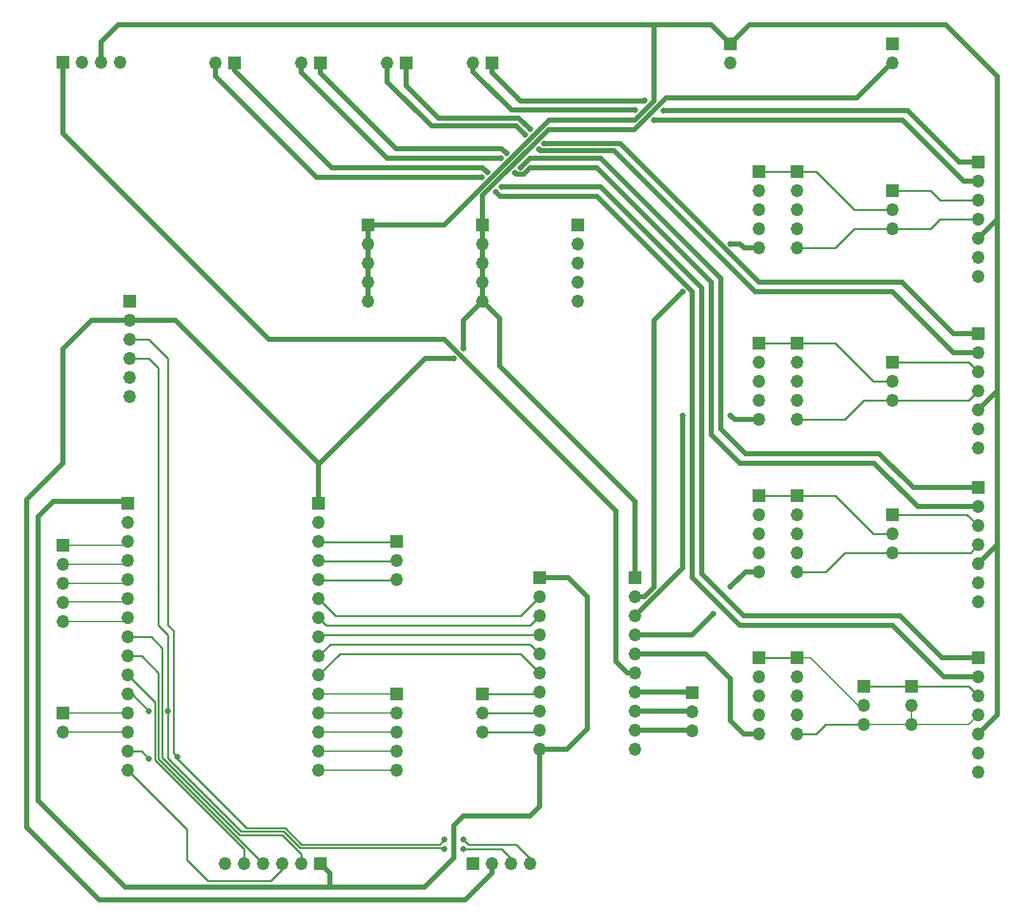
<source format=gbr>
G04 #@! TF.GenerationSoftware,KiCad,Pcbnew,(6.0.7)*
G04 #@! TF.CreationDate,2023-02-20T16:11:37-05:00*
G04 #@! TF.ProjectId,FlyBoxBoard,466c7942-6f78-4426-9f61-72642e6b6963,rev?*
G04 #@! TF.SameCoordinates,Original*
G04 #@! TF.FileFunction,Copper,L1,Top*
G04 #@! TF.FilePolarity,Positive*
%FSLAX46Y46*%
G04 Gerber Fmt 4.6, Leading zero omitted, Abs format (unit mm)*
G04 Created by KiCad (PCBNEW (6.0.7)) date 2023-02-20 16:11:37*
%MOMM*%
%LPD*%
G01*
G04 APERTURE LIST*
G04 #@! TA.AperFunction,ComponentPad*
%ADD10R,1.700000X1.700000*%
G04 #@! TD*
G04 #@! TA.AperFunction,ComponentPad*
%ADD11O,1.700000X1.700000*%
G04 #@! TD*
G04 #@! TA.AperFunction,ViaPad*
%ADD12C,0.800000*%
G04 #@! TD*
G04 #@! TA.AperFunction,Conductor*
%ADD13C,0.635000*%
G04 #@! TD*
G04 #@! TA.AperFunction,Conductor*
%ADD14C,0.203200*%
G04 #@! TD*
G04 #@! TA.AperFunction,Conductor*
%ADD15C,0.254000*%
G04 #@! TD*
G04 APERTURE END LIST*
D10*
G04 #@! TO.P,J20,1,Pin_1*
G04 #@! TO.N,Net-(J20-Pad1)*
X129540000Y-105923800D03*
D11*
G04 #@! TO.P,J20,2,Pin_2*
G04 #@! TO.N,Net-(J20-Pad2)*
X129540000Y-108463800D03*
G04 #@! TO.P,J20,3,Pin_3*
G04 #@! TO.N,Net-(J20-Pad3)*
X129540000Y-111003800D03*
G04 #@! TD*
D10*
G04 #@! TO.P,J11,1,Pin_1*
G04 #@! TO.N,/G LED+*
X68580000Y-22860000D03*
D11*
G04 #@! TO.P,J11,2,Pin_2*
G04 #@! TO.N,/G LED-*
X66040000Y-22860000D03*
G04 #@! TD*
D10*
G04 #@! TO.P,J33,1,Pin_1*
G04 #@! TO.N,Net-(J34-Pad1)*
X120650000Y-80523800D03*
D11*
G04 #@! TO.P,J33,2,Pin_2*
G04 #@! TO.N,unconnected-(J33-Pad2)*
X120650000Y-83063800D03*
G04 #@! TO.P,J33,3,Pin_3*
G04 #@! TO.N,unconnected-(J33-Pad3)*
X120650000Y-85603800D03*
G04 #@! TO.P,J33,4,Pin_4*
G04 #@! TO.N,unconnected-(J33-Pad4)*
X120650000Y-88143800D03*
G04 #@! TO.P,J33,5,Pin_5*
G04 #@! TO.N,Net-(J37-Pad3)*
X120650000Y-90683800D03*
G04 #@! TD*
D10*
G04 #@! TO.P,J29,1,Pin_1*
G04 #@! TO.N,Net-(J35-Pad2)*
X120675000Y-37373800D03*
D11*
G04 #@! TO.P,J29,2,Pin_2*
G04 #@! TO.N,unconnected-(J29-Pad2)*
X120675000Y-39913800D03*
G04 #@! TO.P,J29,3,Pin_3*
G04 #@! TO.N,unconnected-(J29-Pad3)*
X120675000Y-42453800D03*
G04 #@! TO.P,J29,4,Pin_4*
G04 #@! TO.N,unconnected-(J29-Pad4)*
X120675000Y-44993800D03*
G04 #@! TO.P,J29,5,Pin_5*
G04 #@! TO.N,Net-(J35-Pad3)*
X120675000Y-47533800D03*
G04 #@! TD*
D10*
G04 #@! TO.P,J30,1,Pin_1*
G04 #@! TO.N,Net-(J35-Pad2)*
X115595000Y-37373800D03*
D11*
G04 #@! TO.P,J30,2,Pin_2*
G04 #@! TO.N,unconnected-(J30-Pad2)*
X115595000Y-39913800D03*
G04 #@! TO.P,J30,3,Pin_3*
G04 #@! TO.N,unconnected-(J30-Pad3)*
X115595000Y-42453800D03*
G04 #@! TO.P,J30,4,Pin_4*
G04 #@! TO.N,unconnected-(J30-Pad4)*
X115595000Y-44993800D03*
G04 #@! TO.P,J30,5,Pin_5*
G04 #@! TO.N,/HV1*
X115595000Y-47533800D03*
G04 #@! TD*
D10*
G04 #@! TO.P,J36,1,Pin_1*
G04 #@! TO.N,Net-(J36-Pad1)*
X133375000Y-62758800D03*
D11*
G04 #@! TO.P,J36,2,Pin_2*
G04 #@! TO.N,Net-(J36-Pad2)*
X133375000Y-65298800D03*
G04 #@! TO.P,J36,3,Pin_3*
G04 #@! TO.N,Net-(J36-Pad3)*
X133375000Y-67838800D03*
G04 #@! TD*
D10*
G04 #@! TO.P,J21,1,Pin_1*
G04 #@! TO.N,Net-(J21-Pad1)*
X78740000Y-106988200D03*
D11*
G04 #@! TO.P,J21,2,Pin_2*
G04 #@! TO.N,Net-(J21-Pad2)*
X78740000Y-109528200D03*
G04 #@! TO.P,J21,3,Pin_3*
G04 #@! TO.N,Net-(J21-Pad3)*
X78740000Y-112068200D03*
G04 #@! TD*
D10*
G04 #@! TO.P,J16,1,Pin_1*
G04 #@! TO.N,Net-(J20-Pad2)*
X120650000Y-102113800D03*
D11*
G04 #@! TO.P,J16,2,Pin_2*
G04 #@! TO.N,unconnected-(J16-Pad2)*
X120650000Y-104653800D03*
G04 #@! TO.P,J16,3,Pin_3*
G04 #@! TO.N,unconnected-(J16-Pad3)*
X120650000Y-107193800D03*
G04 #@! TO.P,J16,4,Pin_4*
G04 #@! TO.N,unconnected-(J16-Pad4)*
X120650000Y-109733800D03*
G04 #@! TO.P,J16,5,Pin_5*
G04 #@! TO.N,Net-(J20-Pad3)*
X120650000Y-112273800D03*
G04 #@! TD*
D10*
G04 #@! TO.P,J27,1,Pin_1*
G04 #@! TO.N,/5V*
X99060000Y-91440000D03*
D11*
G04 #@! TO.P,J27,2,Pin_2*
G04 #@! TO.N,/HV1*
X99060000Y-93980000D03*
G04 #@! TO.P,J27,3,Pin_3*
G04 #@! TO.N,/HV2*
X99060000Y-96520000D03*
G04 #@! TO.P,J27,4,Pin_4*
G04 #@! TO.N,/HV3*
X99060000Y-99060000D03*
G04 #@! TO.P,J27,5,Pin_5*
G04 #@! TO.N,/HV4*
X99060000Y-101600000D03*
G04 #@! TO.P,J27,6,Pin_6*
G04 #@! TO.N,/HV5*
X99060000Y-104140000D03*
G04 #@! TO.P,J27,7,Pin_7*
G04 #@! TO.N,Net-(J27-Pad7)*
X99060000Y-106680000D03*
G04 #@! TO.P,J27,8,Pin_8*
G04 #@! TO.N,Net-(J27-Pad8)*
X99060000Y-109220000D03*
G04 #@! TO.P,J27,9,Pin_9*
G04 #@! TO.N,Net-(J27-Pad9)*
X99060000Y-111760000D03*
G04 #@! TO.P,J27,10,Pin_10*
G04 #@! TO.N,/GND*
X99060000Y-114300000D03*
G04 #@! TD*
D10*
G04 #@! TO.P,J40,1,Pin_1*
G04 #@! TO.N,/R LED+*
X144780000Y-79481200D03*
D11*
G04 #@! TO.P,J40,2,Pin_2*
G04 #@! TO.N,/R LED-*
X144780000Y-82021200D03*
G04 #@! TO.P,J40,3,Pin_3*
G04 #@! TO.N,Net-(J37-Pad1)*
X144780000Y-84561200D03*
G04 #@! TO.P,J40,4,Pin_4*
G04 #@! TO.N,Net-(J37-Pad3)*
X144780000Y-87101200D03*
G04 #@! TO.P,J40,5,Pin_5*
G04 #@! TO.N,/12V*
X144780000Y-89641200D03*
G04 #@! TO.P,J40,6,Pin_6*
G04 #@! TO.N,unconnected-(J40-Pad6)*
X144780000Y-92181200D03*
G04 #@! TO.P,J40,7,Pin_7*
G04 #@! TO.N,/GND*
X144780000Y-94721200D03*
G04 #@! TD*
D10*
G04 #@! TO.P,J5,1,Pin_1*
G04 #@! TO.N,/5V*
X56926800Y-81588200D03*
D11*
G04 #@! TO.P,J5,2,Pin_2*
G04 #@! TO.N,/GND*
X56926800Y-84128200D03*
G04 #@! TO.P,J5,3,Pin_3*
G04 #@! TO.N,Net-(J24-Pad1)*
X56926800Y-86668200D03*
G04 #@! TO.P,J5,4,Pin_4*
G04 #@! TO.N,Net-(J24-Pad2)*
X56926800Y-89208200D03*
G04 #@! TO.P,J5,5,Pin_5*
G04 #@! TO.N,Net-(J24-Pad3)*
X56926800Y-91748200D03*
G04 #@! TO.P,J5,6,Pin_6*
G04 #@! TO.N,/D27*
X56926800Y-94288200D03*
G04 #@! TO.P,J5,7,Pin_7*
G04 #@! TO.N,/D26*
X56926800Y-96828200D03*
G04 #@! TO.P,J5,8,Pin_8*
G04 #@! TO.N,/D25*
X56926800Y-99368200D03*
G04 #@! TO.P,J5,9,Pin_9*
G04 #@! TO.N,/D33*
X56926800Y-101908200D03*
G04 #@! TO.P,J5,10,Pin_10*
G04 #@! TO.N,/D32*
X56926800Y-104448200D03*
G04 #@! TO.P,J5,11,Pin_11*
G04 #@! TO.N,Net-(J25-Pad1)*
X56926800Y-106988200D03*
G04 #@! TO.P,J5,12,Pin_12*
G04 #@! TO.N,Net-(J25-Pad2)*
X56926800Y-109528200D03*
G04 #@! TO.P,J5,13,Pin_13*
G04 #@! TO.N,Net-(J25-Pad3)*
X56926800Y-112068200D03*
G04 #@! TO.P,J5,14,Pin_14*
G04 #@! TO.N,Net-(J25-Pad4)*
X56926800Y-114608200D03*
G04 #@! TO.P,J5,15,Pin_15*
G04 #@! TO.N,Net-(J25-Pad5)*
X56926800Y-117148200D03*
G04 #@! TD*
D10*
G04 #@! TO.P,J35,1,Pin_1*
G04 #@! TO.N,Net-(J35-Pad1)*
X133375000Y-39898800D03*
D11*
G04 #@! TO.P,J35,2,Pin_2*
G04 #@! TO.N,Net-(J35-Pad2)*
X133375000Y-42438800D03*
G04 #@! TO.P,J35,3,Pin_3*
G04 #@! TO.N,Net-(J35-Pad3)*
X133375000Y-44978800D03*
G04 #@! TD*
D10*
G04 #@! TO.P,J25,1,Pin_1*
G04 #@! TO.N,Net-(J25-Pad1)*
X67335000Y-106988200D03*
D11*
G04 #@! TO.P,J25,2,Pin_2*
G04 #@! TO.N,Net-(J25-Pad2)*
X67335000Y-109528200D03*
G04 #@! TO.P,J25,3,Pin_3*
G04 #@! TO.N,Net-(J25-Pad3)*
X67335000Y-112068200D03*
G04 #@! TO.P,J25,4,Pin_4*
G04 #@! TO.N,Net-(J25-Pad4)*
X67335000Y-114608200D03*
G04 #@! TO.P,J25,5,Pin_5*
G04 #@! TO.N,Net-(J25-Pad5)*
X67335000Y-117148200D03*
G04 #@! TD*
D10*
G04 #@! TO.P,J4,1,Pin_1*
G04 #@! TO.N,/GND*
X31775000Y-54635000D03*
D11*
G04 #@! TO.P,J4,2,Pin_2*
G04 #@! TO.N,/5V*
X31775000Y-57175000D03*
G04 #@! TO.P,J4,3,Pin_3*
G04 #@! TO.N,/D22*
X31775000Y-59715000D03*
G04 #@! TO.P,J4,4,Pin_4*
G04 #@! TO.N,/D21*
X31775000Y-62255000D03*
G04 #@! TO.P,J4,5,Pin_5*
G04 #@! TO.N,unconnected-(J4-Pad5)*
X31775000Y-64795000D03*
G04 #@! TO.P,J4,6,Pin_6*
G04 #@! TO.N,unconnected-(J4-Pad6)*
X31775000Y-67335000D03*
G04 #@! TD*
D10*
G04 #@! TO.P,J15,1,Pin_1*
G04 #@! TO.N,/3V3*
X57150000Y-129540000D03*
D11*
G04 #@! TO.P,J15,2,Pin_2*
G04 #@! TO.N,/D5*
X54610000Y-129540000D03*
G04 #@! TO.P,J15,3,Pin_3*
G04 #@! TO.N,/D23*
X52070000Y-129540000D03*
G04 #@! TO.P,J15,4,Pin_4*
G04 #@! TO.N,/D18*
X49530000Y-129540000D03*
G04 #@! TO.P,J15,5,Pin_5*
G04 #@! TO.N,/D19*
X46990000Y-129540000D03*
G04 #@! TO.P,J15,6,Pin_6*
G04 #@! TO.N,/GND*
X44450000Y-129540000D03*
G04 #@! TD*
D10*
G04 #@! TO.P,GND,1,Pin_1*
G04 #@! TO.N,/GND*
X91465000Y-44480000D03*
D11*
G04 #@! TO.P,GND,2,Pin_2*
X91465000Y-47020000D03*
G04 #@! TO.P,GND,3,Pin_3*
X91465000Y-49560000D03*
G04 #@! TO.P,GND,4,Pin_4*
X91465000Y-52100000D03*
G04 #@! TO.P,GND,5,Pin_5*
X91465000Y-54640000D03*
G04 #@! TD*
D10*
G04 #@! TO.P,J10,1,Pin_1*
G04 #@! TO.N,/R LED+*
X57150000Y-22860000D03*
D11*
G04 #@! TO.P,J10,2,Pin_2*
G04 #@! TO.N,/R LED-*
X54610000Y-22860000D03*
G04 #@! TD*
D10*
G04 #@! TO.P,J32,1,Pin_1*
G04 #@! TO.N,Net-(J36-Pad2)*
X115595000Y-60233800D03*
D11*
G04 #@! TO.P,J32,2,Pin_2*
G04 #@! TO.N,unconnected-(J32-Pad2)*
X115595000Y-62773800D03*
G04 #@! TO.P,J32,3,Pin_3*
G04 #@! TO.N,unconnected-(J32-Pad3)*
X115595000Y-65313800D03*
G04 #@! TO.P,J32,4,Pin_4*
G04 #@! TO.N,unconnected-(J32-Pad4)*
X115595000Y-67853800D03*
G04 #@! TO.P,J32,5,Pin_5*
G04 #@! TO.N,/HV2*
X115595000Y-70393800D03*
G04 #@! TD*
D10*
G04 #@! TO.P,J9,1,Pin_1*
G04 #@! TO.N,/HV5*
X22870000Y-22835000D03*
D11*
G04 #@! TO.P,J9,2,Pin_2*
G04 #@! TO.N,/X*
X25410000Y-22835000D03*
G04 #@! TO.P,J9,3,Pin_3*
G04 #@! TO.N,/12V*
X27950000Y-22835000D03*
G04 #@! TO.P,J9,4,Pin_4*
G04 #@! TO.N,/GND*
X30490000Y-22835000D03*
G04 #@! TD*
D10*
G04 #@! TO.P,5V,1,Pin_1*
G04 #@! TO.N,/5V*
X78765000Y-44480000D03*
D11*
G04 #@! TO.P,5V,2,Pin_2*
X78765000Y-47020000D03*
G04 #@! TO.P,5V,3,Pin_3*
X78765000Y-49560000D03*
G04 #@! TO.P,5V,4,Pin_4*
X78765000Y-52100000D03*
G04 #@! TO.P,5V,5,Pin_5*
X78765000Y-54640000D03*
G04 #@! TD*
D10*
G04 #@! TO.P,J31,1,Pin_1*
G04 #@! TO.N,Net-(J36-Pad2)*
X120650000Y-60203800D03*
D11*
G04 #@! TO.P,J31,2,Pin_2*
G04 #@! TO.N,unconnected-(J31-Pad2)*
X120650000Y-62743800D03*
G04 #@! TO.P,J31,3,Pin_3*
G04 #@! TO.N,unconnected-(J31-Pad3)*
X120650000Y-65283800D03*
G04 #@! TO.P,J31,4,Pin_4*
G04 #@! TO.N,unconnected-(J31-Pad4)*
X120650000Y-67823800D03*
G04 #@! TO.P,J31,5,Pin_5*
G04 #@! TO.N,Net-(J36-Pad3)*
X120650000Y-70363800D03*
G04 #@! TD*
D10*
G04 #@! TO.P,J28,1,Pin_1*
G04 #@! TO.N,Net-(J27-Pad7)*
X106680000Y-106805800D03*
D11*
G04 #@! TO.P,J28,2,Pin_2*
G04 #@! TO.N,Net-(J27-Pad8)*
X106680000Y-109345800D03*
G04 #@! TO.P,J28,3,Pin_3*
G04 #@! TO.N,Net-(J27-Pad9)*
X106680000Y-111885800D03*
G04 #@! TD*
D10*
G04 #@! TO.P,J3,1,Pin_1*
G04 #@! TO.N,/3V3*
X31526800Y-81588200D03*
D11*
G04 #@! TO.P,J3,2,Pin_2*
G04 #@! TO.N,/GND*
X31526800Y-84128200D03*
G04 #@! TO.P,J3,3,Pin_3*
G04 #@! TO.N,Net-(J18-Pad1)*
X31526800Y-86668200D03*
G04 #@! TO.P,J3,4,Pin_4*
G04 #@! TO.N,Net-(J18-Pad2)*
X31526800Y-89208200D03*
G04 #@! TO.P,J3,5,Pin_5*
G04 #@! TO.N,Net-(J18-Pad3)*
X31526800Y-91748200D03*
G04 #@! TO.P,J3,6,Pin_6*
G04 #@! TO.N,Net-(J18-Pad4)*
X31526800Y-94288200D03*
G04 #@! TO.P,J3,7,Pin_7*
G04 #@! TO.N,Net-(J18-Pad5)*
X31526800Y-96828200D03*
G04 #@! TO.P,J3,8,Pin_8*
G04 #@! TO.N,/D5*
X31526800Y-99368200D03*
G04 #@! TO.P,J3,9,Pin_9*
G04 #@! TO.N,/D18*
X31526800Y-101908200D03*
G04 #@! TO.P,J3,10,Pin_10*
G04 #@! TO.N,/D19*
X31526800Y-104448200D03*
G04 #@! TO.P,J3,11,Pin_11*
G04 #@! TO.N,/D21*
X31526800Y-106988200D03*
G04 #@! TO.P,J3,12,Pin_12*
G04 #@! TO.N,Net-(J19-Pad1)*
X31526800Y-109528200D03*
G04 #@! TO.P,J3,13,Pin_13*
G04 #@! TO.N,Net-(J19-Pad2)*
X31526800Y-112068200D03*
G04 #@! TO.P,J3,14,Pin_14*
G04 #@! TO.N,/D22*
X31526800Y-114608200D03*
G04 #@! TO.P,J3,15,Pin_15*
G04 #@! TO.N,/D23*
X31526800Y-117148200D03*
G04 #@! TD*
D10*
G04 #@! TO.P,J19,1,Pin_1*
G04 #@! TO.N,Net-(J19-Pad1)*
X22885000Y-109528200D03*
D11*
G04 #@! TO.P,J19,2,Pin_2*
G04 #@! TO.N,Net-(J19-Pad2)*
X22885000Y-112068200D03*
G04 #@! TD*
D10*
G04 #@! TO.P,J39,1,Pin_1*
G04 #@! TO.N,/G LED+*
X144805000Y-58953800D03*
D11*
G04 #@! TO.P,J39,2,Pin_2*
G04 #@! TO.N,/G LED-*
X144805000Y-61493800D03*
G04 #@! TO.P,J39,3,Pin_3*
G04 #@! TO.N,Net-(J36-Pad1)*
X144805000Y-64033800D03*
G04 #@! TO.P,J39,4,Pin_4*
G04 #@! TO.N,Net-(J36-Pad3)*
X144805000Y-66573800D03*
G04 #@! TO.P,J39,5,Pin_5*
G04 #@! TO.N,/12V*
X144805000Y-69113800D03*
G04 #@! TO.P,J39,6,Pin_6*
G04 #@! TO.N,unconnected-(J39-Pad6)*
X144805000Y-71653800D03*
G04 #@! TO.P,J39,7,Pin_7*
G04 #@! TO.N,/GND*
X144805000Y-74193800D03*
G04 #@! TD*
D10*
G04 #@! TO.P,J13,1,Pin_1*
G04 #@! TO.N,/IR LED+*
X45720000Y-22860000D03*
D11*
G04 #@! TO.P,J13,2,Pin_2*
G04 #@! TO.N,/IR LED-*
X43180000Y-22860000D03*
G04 #@! TD*
D10*
G04 #@! TO.P,J24,1,Pin_1*
G04 #@! TO.N,Net-(J24-Pad1)*
X67335000Y-86668200D03*
D11*
G04 #@! TO.P,J24,2,Pin_2*
G04 #@! TO.N,Net-(J24-Pad2)*
X67335000Y-89208200D03*
G04 #@! TO.P,J24,3,Pin_3*
G04 #@! TO.N,Net-(J24-Pad3)*
X67335000Y-91748200D03*
G04 #@! TD*
D10*
G04 #@! TO.P,J12,1,Pin_1*
G04 #@! TO.N,/W LED+*
X80010000Y-22860000D03*
D11*
G04 #@! TO.P,J12,2,Pin_2*
G04 #@! TO.N,/W LED-*
X77470000Y-22860000D03*
G04 #@! TD*
D10*
G04 #@! TO.P,J1,1,Pin_1*
G04 #@! TO.N,/GND*
X133350000Y-20320000D03*
D11*
G04 #@! TO.P,J1,2,Pin_2*
G04 #@! TO.N,/5V*
X133350000Y-22860000D03*
G04 #@! TD*
D10*
G04 #@! TO.P,J17,1,Pin_1*
G04 #@! TO.N,Net-(J20-Pad2)*
X115595000Y-102113800D03*
D11*
G04 #@! TO.P,J17,2,Pin_2*
G04 #@! TO.N,unconnected-(J17-Pad2)*
X115595000Y-104653800D03*
G04 #@! TO.P,J17,3,Pin_3*
G04 #@! TO.N,unconnected-(J17-Pad3)*
X115595000Y-107193800D03*
G04 #@! TO.P,J17,4,Pin_4*
G04 #@! TO.N,unconnected-(J17-Pad4)*
X115595000Y-109733800D03*
G04 #@! TO.P,J17,5,Pin_5*
G04 #@! TO.N,/HV4*
X115595000Y-112273800D03*
G04 #@! TD*
D10*
G04 #@! TO.P,J22,1,Pin_1*
G04 #@! TO.N,Net-(J20-Pad1)*
X135890000Y-105923800D03*
D11*
G04 #@! TO.P,J22,2,Pin_2*
G04 #@! TO.N,Net-(J20-Pad3)*
X135890000Y-108463800D03*
G04 #@! TO.P,J22,3,Pin_3*
X135890000Y-111003800D03*
G04 #@! TD*
D10*
G04 #@! TO.P,J26,1,Pin_1*
G04 #@! TO.N,/IR LED+*
X144780000Y-102113800D03*
D11*
G04 #@! TO.P,J26,2,Pin_2*
G04 #@! TO.N,/IR LED-*
X144780000Y-104653800D03*
G04 #@! TO.P,J26,3,Pin_3*
G04 #@! TO.N,Net-(J20-Pad1)*
X144780000Y-107193800D03*
G04 #@! TO.P,J26,4,Pin_4*
G04 #@! TO.N,Net-(J20-Pad3)*
X144780000Y-109733800D03*
G04 #@! TO.P,J26,5,Pin_5*
G04 #@! TO.N,/12V*
X144780000Y-112273800D03*
G04 #@! TO.P,J26,6,Pin_6*
G04 #@! TO.N,unconnected-(J26-Pad6)*
X144780000Y-114813800D03*
G04 #@! TO.P,J26,7,Pin_7*
G04 #@! TO.N,/GND*
X144780000Y-117353800D03*
G04 #@! TD*
D10*
G04 #@! TO.P,J23,1,Pin_1*
G04 #@! TO.N,/3V3*
X86360000Y-91440000D03*
D11*
G04 #@! TO.P,J23,2,Pin_2*
G04 #@! TO.N,/D27*
X86360000Y-93980000D03*
G04 #@! TO.P,J23,3,Pin_3*
G04 #@! TO.N,/D26*
X86360000Y-96520000D03*
G04 #@! TO.P,J23,4,Pin_4*
G04 #@! TO.N,/D25*
X86360000Y-99060000D03*
G04 #@! TO.P,J23,5,Pin_5*
G04 #@! TO.N,/D33*
X86360000Y-101600000D03*
G04 #@! TO.P,J23,6,Pin_6*
G04 #@! TO.N,/D32*
X86360000Y-104140000D03*
G04 #@! TO.P,J23,7,Pin_7*
G04 #@! TO.N,Net-(J21-Pad1)*
X86360000Y-106680000D03*
G04 #@! TO.P,J23,8,Pin_8*
G04 #@! TO.N,Net-(J21-Pad2)*
X86360000Y-109220000D03*
G04 #@! TO.P,J23,9,Pin_9*
G04 #@! TO.N,Net-(J21-Pad3)*
X86360000Y-111760000D03*
G04 #@! TO.P,J23,10,Pin_10*
G04 #@! TO.N,/3V3*
X86360000Y-114300000D03*
G04 #@! TD*
D10*
G04 #@! TO.P,J14,1,Pin_1*
G04 #@! TO.N,/GND*
X77470000Y-129540000D03*
D11*
G04 #@! TO.P,J14,2,Pin_2*
G04 #@! TO.N,/5V*
X80010000Y-129540000D03*
G04 #@! TO.P,J14,3,Pin_3*
G04 #@! TO.N,/D21*
X82550000Y-129540000D03*
G04 #@! TO.P,J14,4,Pin_4*
G04 #@! TO.N,/D22*
X85090000Y-129540000D03*
G04 #@! TD*
D10*
G04 #@! TO.P,J37,1,Pin_1*
G04 #@! TO.N,Net-(J37-Pad1)*
X133350000Y-83063800D03*
D11*
G04 #@! TO.P,J37,2,Pin_2*
G04 #@! TO.N,Net-(J34-Pad1)*
X133350000Y-85603800D03*
G04 #@! TO.P,J37,3,Pin_3*
G04 #@! TO.N,Net-(J37-Pad3)*
X133350000Y-88143800D03*
G04 #@! TD*
D10*
G04 #@! TO.P,J2,1,Pin_1*
G04 #@! TO.N,/12V*
X111760000Y-20320000D03*
D11*
G04 #@! TO.P,J2,2,Pin_2*
G04 #@! TO.N,/GND*
X111760000Y-22860000D03*
G04 #@! TD*
D10*
G04 #@! TO.P,J38,1,Pin_1*
G04 #@! TO.N,/W LED+*
X144805000Y-36093800D03*
D11*
G04 #@! TO.P,J38,2,Pin_2*
G04 #@! TO.N,/W LED-*
X144805000Y-38633800D03*
G04 #@! TO.P,J38,3,Pin_3*
G04 #@! TO.N,Net-(J35-Pad1)*
X144805000Y-41173800D03*
G04 #@! TO.P,J38,4,Pin_4*
G04 #@! TO.N,Net-(J35-Pad3)*
X144805000Y-43713800D03*
G04 #@! TO.P,J38,5,Pin_5*
G04 #@! TO.N,/12V*
X144805000Y-46253800D03*
G04 #@! TO.P,J38,6,Pin_6*
G04 #@! TO.N,unconnected-(J38-Pad6)*
X144805000Y-48793800D03*
G04 #@! TO.P,J38,7,Pin_7*
G04 #@! TO.N,/GND*
X144805000Y-51333800D03*
G04 #@! TD*
D10*
G04 #@! TO.P,J34,1,Pin_1*
G04 #@! TO.N,Net-(J34-Pad1)*
X115570000Y-80523800D03*
D11*
G04 #@! TO.P,J34,2,Pin_2*
G04 #@! TO.N,unconnected-(J34-Pad2)*
X115570000Y-83063800D03*
G04 #@! TO.P,J34,3,Pin_3*
G04 #@! TO.N,unconnected-(J34-Pad3)*
X115570000Y-85603800D03*
G04 #@! TO.P,J34,4,Pin_4*
G04 #@! TO.N,unconnected-(J34-Pad4)*
X115570000Y-88143800D03*
G04 #@! TO.P,J34,5,Pin_5*
G04 #@! TO.N,/HV3*
X115570000Y-90683800D03*
G04 #@! TD*
D10*
G04 #@! TO.P,12V,1,Pin_1*
G04 #@! TO.N,/12V*
X63500000Y-44450000D03*
D11*
G04 #@! TO.P,12V,2,Pin_2*
X63500000Y-46990000D03*
G04 #@! TO.P,12V,3,Pin_3*
X63500000Y-49530000D03*
G04 #@! TO.P,12V,4,Pin_4*
X63500000Y-52070000D03*
G04 #@! TO.P,12V,5,Pin_5*
X63500000Y-54610000D03*
G04 #@! TD*
D10*
G04 #@! TO.P,J18,1,Pin_1*
G04 #@! TO.N,Net-(J18-Pad1)*
X22885000Y-87146200D03*
D11*
G04 #@! TO.P,J18,2,Pin_2*
G04 #@! TO.N,Net-(J18-Pad2)*
X22885000Y-89686200D03*
G04 #@! TO.P,J18,3,Pin_3*
G04 #@! TO.N,Net-(J18-Pad3)*
X22885000Y-92226200D03*
G04 #@! TO.P,J18,4,Pin_4*
G04 #@! TO.N,Net-(J18-Pad4)*
X22885000Y-94766200D03*
G04 #@! TO.P,J18,5,Pin_5*
G04 #@! TO.N,Net-(J18-Pad5)*
X22885000Y-97306200D03*
G04 #@! TD*
D12*
G04 #@! TO.N,/5V*
X74916583Y-62243417D03*
X76213417Y-60946583D03*
G04 #@! TO.N,/D21*
X76200000Y-127635000D03*
X36830000Y-109220000D03*
X34290000Y-109220000D03*
X73660000Y-127635000D03*
G04 #@! TO.N,/D22*
X73660000Y-126365000D03*
X34290000Y-115570000D03*
X76200000Y-126365000D03*
X38100000Y-115370260D03*
G04 #@! TO.N,/R LED+*
X81908286Y-34904880D03*
X83820000Y-36830000D03*
G04 #@! TO.N,/R LED-*
X83082783Y-37504919D03*
X81201531Y-35611635D03*
G04 #@! TO.N,/G LED+*
X85076583Y-31736583D03*
X86963851Y-33623851D03*
G04 #@! TO.N,/G LED-*
X86291803Y-34363688D03*
X84369828Y-32443338D03*
G04 #@! TO.N,/W LED+*
X102870000Y-29210000D03*
X100316583Y-27926583D03*
G04 #@! TO.N,/W LED-*
X101600000Y-30480000D03*
X99046583Y-29196583D03*
G04 #@! TO.N,/IR LED+*
X81280000Y-39370000D03*
X79368286Y-37444880D03*
G04 #@! TO.N,/IR LED-*
X78661531Y-38151635D03*
X80542783Y-40044919D03*
G04 #@! TO.N,/HV2*
X111760000Y-69850000D03*
X105410000Y-69850000D03*
G04 #@! TO.N,/HV3*
X111773417Y-92696583D03*
X109474000Y-96266000D03*
G04 #@! TO.N,/HV1*
X111760000Y-46990000D03*
X105396583Y-53353417D03*
G04 #@! TD*
D13*
G04 #@! TO.N,/5V*
X80010000Y-129540000D02*
X80010000Y-130810000D01*
X18034000Y-124714000D02*
X18034000Y-81026000D01*
X37871000Y-57175000D02*
X56926800Y-76230800D01*
X27686000Y-134366000D02*
X18034000Y-124714000D01*
X22860000Y-60960000D02*
X26645000Y-57175000D01*
X78765000Y-54640000D02*
X78765000Y-44480000D01*
X22860000Y-76200000D02*
X22860000Y-60960000D01*
X76454000Y-134366000D02*
X27686000Y-134366000D01*
X99060000Y-81280000D02*
X81026000Y-63246000D01*
X81026000Y-56901000D02*
X78765000Y-54640000D01*
X26645000Y-57175000D02*
X33045000Y-57175000D01*
X78765000Y-44480000D02*
X78765000Y-40525868D01*
X31775000Y-57175000D02*
X33045000Y-57175000D01*
X33045000Y-57175000D02*
X37871000Y-57175000D01*
X71120000Y-62230000D02*
X74930000Y-62230000D01*
X128600000Y-27550000D02*
X133290000Y-22860000D01*
X56926800Y-76230800D02*
X56926800Y-76423200D01*
X80010000Y-130810000D02*
X76454000Y-134366000D01*
X78765000Y-54640000D02*
X78737500Y-54640000D01*
X76226834Y-60960000D02*
X76213417Y-60946583D01*
X56926800Y-76423200D02*
X56926800Y-81588200D01*
X103170868Y-27550000D02*
X128600000Y-27550000D01*
X56926800Y-76423200D02*
X71120000Y-62230000D01*
X78765000Y-40525868D02*
X87540868Y-31750000D01*
X98970868Y-31750000D02*
X103170868Y-27550000D01*
X133290000Y-22860000D02*
X133350000Y-22860000D01*
X76213417Y-57164083D02*
X76213417Y-60946583D01*
X18034000Y-81026000D02*
X22860000Y-76200000D01*
X87540868Y-31750000D02*
X98970868Y-31750000D01*
X78737500Y-54640000D02*
X76213417Y-57164083D01*
X81026000Y-63246000D02*
X81026000Y-56901000D01*
X99060000Y-91440000D02*
X99060000Y-81280000D01*
G04 #@! TO.N,/12V*
X147320000Y-66598800D02*
X144805000Y-69113800D01*
X109220000Y-17780000D02*
X111760000Y-20320000D01*
X147320000Y-66040000D02*
X147320000Y-87101200D01*
X147320000Y-87101200D02*
X144780000Y-89641200D01*
X140462000Y-17780000D02*
X147320000Y-24638000D01*
X63500000Y-44450000D02*
X73660000Y-44450000D01*
X27950000Y-20056000D02*
X30226000Y-17780000D01*
X147320000Y-87101200D02*
X147320000Y-109733800D01*
X27950000Y-22835000D02*
X27950000Y-20056000D01*
X63500000Y-54610000D02*
X63500000Y-44450000D01*
X30226000Y-17780000D02*
X109220000Y-17780000D01*
X73660000Y-44450000D02*
X87630000Y-30480000D01*
X101600000Y-27940000D02*
X101600000Y-17780000D01*
X147320000Y-66040000D02*
X147320000Y-66598800D01*
X147320000Y-24638000D02*
X147320000Y-43738800D01*
X87630000Y-30480000D02*
X99060000Y-30480000D01*
X147320000Y-43738800D02*
X144805000Y-46253800D01*
X111760000Y-20320000D02*
X114300000Y-17780000D01*
X114300000Y-17780000D02*
X140462000Y-17780000D01*
X147320000Y-109733800D02*
X144780000Y-112273800D01*
X147320000Y-43738800D02*
X147320000Y-66040000D01*
X99060000Y-30480000D02*
X101600000Y-27940000D01*
G04 #@! TO.N,/3V3*
X58420000Y-130810000D02*
X58420000Y-132080000D01*
X76200000Y-123190000D02*
X85090000Y-123190000D01*
X74930000Y-128778000D02*
X74930000Y-124460000D01*
X31218600Y-81280000D02*
X31526800Y-81588200D01*
X89992200Y-114300000D02*
X92710000Y-111582200D01*
X86360000Y-114300000D02*
X89992200Y-114300000D01*
X58420000Y-132724500D02*
X31124500Y-132724500D01*
X74930000Y-124460000D02*
X76200000Y-123190000D01*
X19558000Y-121158000D02*
X19558000Y-83312000D01*
X90170000Y-91440000D02*
X86360000Y-91440000D01*
X19558000Y-83312000D02*
X21590000Y-81280000D01*
X70983500Y-132724500D02*
X74930000Y-128778000D01*
X21590000Y-81280000D02*
X31218600Y-81280000D01*
X31124500Y-132724500D02*
X19558000Y-121158000D01*
X86360000Y-121920000D02*
X86360000Y-114300000D01*
X92710000Y-93980000D02*
X90170000Y-91440000D01*
X92710000Y-111582200D02*
X92710000Y-93980000D01*
X85090000Y-123190000D02*
X86360000Y-121920000D01*
X58420000Y-132724500D02*
X70983500Y-132724500D01*
X57150000Y-129540000D02*
X58420000Y-130810000D01*
X58420000Y-132080000D02*
X58420000Y-132724500D01*
D14*
G04 #@! TO.N,Net-(J18-Pad1)*
X22885000Y-87146200D02*
X31425200Y-87146200D01*
X31425200Y-87146200D02*
X31526800Y-87044600D01*
G04 #@! TO.N,Net-(J18-Pad2)*
X31425200Y-89686200D02*
X31526800Y-89584600D01*
X22885000Y-89686200D02*
X31425200Y-89686200D01*
G04 #@! TO.N,Net-(J18-Pad3)*
X31425200Y-92226200D02*
X31526800Y-92124600D01*
X22885000Y-92226200D02*
X31425200Y-92226200D01*
G04 #@! TO.N,Net-(J18-Pad4)*
X31526800Y-94664600D02*
X22986600Y-94664600D01*
X22986600Y-94664600D02*
X22885000Y-94766200D01*
G04 #@! TO.N,Net-(J18-Pad5)*
X31425200Y-97306200D02*
X31526800Y-97204600D01*
X22885000Y-97306200D02*
X31425200Y-97306200D01*
D15*
G04 #@! TO.N,/D5*
X31526800Y-99368200D02*
X34598200Y-99368200D01*
X52070000Y-125730000D02*
X54610000Y-128270000D01*
X46362052Y-125730000D02*
X52070000Y-125730000D01*
X54610000Y-128270000D02*
X54610000Y-129540000D01*
X36068000Y-100838000D02*
X36068000Y-115435948D01*
X36068000Y-115435948D02*
X46362052Y-125730000D01*
X34598200Y-99368200D02*
X36068000Y-100838000D01*
G04 #@! TO.N,/D18*
X31526800Y-101908200D02*
X33328200Y-101908200D01*
X35560000Y-115570000D02*
X49530000Y-129540000D01*
X35560000Y-104140000D02*
X35560000Y-115570000D01*
X33328200Y-101908200D02*
X35560000Y-104140000D01*
G04 #@! TO.N,/D19*
X46990000Y-127642052D02*
X46990000Y-129540000D01*
X35106000Y-108027400D02*
X35106000Y-115758052D01*
X31526800Y-104448200D02*
X35106000Y-108027400D01*
X35106000Y-115758052D02*
X46990000Y-127642052D01*
G04 #@! TO.N,/D21*
X76200000Y-127635000D02*
X81280000Y-127635000D01*
X31775000Y-62255000D02*
X34315000Y-62255000D01*
X73479000Y-127454000D02*
X54436052Y-127454000D01*
X73660000Y-127635000D02*
X73479000Y-127454000D01*
X54436052Y-127454000D02*
X52258052Y-125276000D01*
X31526800Y-106988200D02*
X32058200Y-106988200D01*
X46550104Y-125276000D02*
X36830000Y-115555896D01*
X36830000Y-115555896D02*
X36830000Y-109220000D01*
X36830000Y-99060000D02*
X36830000Y-109220000D01*
X52258052Y-125276000D02*
X46550104Y-125276000D01*
X32058200Y-106988200D02*
X34290000Y-109220000D01*
X35560000Y-63500000D02*
X35560000Y-97790000D01*
X35560000Y-97790000D02*
X36830000Y-99060000D01*
X81280000Y-127635000D02*
X82550000Y-128905000D01*
X34315000Y-62255000D02*
X35560000Y-63500000D01*
X82550000Y-128905000D02*
X82550000Y-129540000D01*
D14*
G04 #@! TO.N,Net-(J19-Pad1)*
X22915000Y-109498200D02*
X31496800Y-109498200D01*
X22885000Y-109528200D02*
X22915000Y-109498200D01*
X31496800Y-109498200D02*
X31526800Y-109528200D01*
G04 #@! TO.N,Net-(J19-Pad2)*
X31526800Y-112068200D02*
X22885000Y-112068200D01*
D15*
G04 #@! TO.N,/D22*
X38100000Y-115570000D02*
X38100000Y-115370260D01*
X37557000Y-98517000D02*
X37557000Y-114827260D01*
X85090000Y-128905000D02*
X85090000Y-129540000D01*
X73025000Y-127000000D02*
X54624104Y-127000000D01*
X31775000Y-59715000D02*
X34315000Y-59715000D01*
X33328200Y-114608200D02*
X34290000Y-115570000D01*
X76835000Y-127000000D02*
X83185000Y-127000000D01*
X37557000Y-114827260D02*
X38100000Y-115370260D01*
X31526800Y-114608200D02*
X33328200Y-114608200D01*
X76200000Y-126365000D02*
X76835000Y-127000000D01*
X54624104Y-127000000D02*
X52446104Y-124822000D01*
X52446104Y-124822000D02*
X47352000Y-124822000D01*
X36830000Y-97790000D02*
X37557000Y-98517000D01*
X47352000Y-124822000D02*
X38100000Y-115570000D01*
X83185000Y-127000000D02*
X85090000Y-128905000D01*
X73660000Y-126365000D02*
X73025000Y-127000000D01*
X36830000Y-62230000D02*
X36830000Y-97790000D01*
X34315000Y-59715000D02*
X36830000Y-62230000D01*
G04 #@! TO.N,/D23*
X52070000Y-130302000D02*
X50546000Y-131826000D01*
X39370000Y-124991400D02*
X31526800Y-117148200D01*
X52070000Y-129540000D02*
X52070000Y-130302000D01*
X50546000Y-131826000D02*
X42164000Y-131826000D01*
X42164000Y-131826000D02*
X39370000Y-129032000D01*
X39370000Y-129032000D02*
X39370000Y-124991400D01*
G04 #@! TO.N,Net-(J24-Pad1)*
X67335000Y-86668200D02*
X67299200Y-86704000D01*
X67299200Y-86704000D02*
X56962600Y-86704000D01*
X56962600Y-86704000D02*
X56926800Y-86668200D01*
G04 #@! TO.N,Net-(J24-Pad2)*
X67299200Y-89244000D02*
X56962600Y-89244000D01*
X67335000Y-89208200D02*
X67299200Y-89244000D01*
X56962600Y-89244000D02*
X56926800Y-89208200D01*
G04 #@! TO.N,Net-(J24-Pad3)*
X56962600Y-91784000D02*
X56926800Y-91748200D01*
X67335000Y-91748200D02*
X67299200Y-91784000D01*
X67299200Y-91784000D02*
X56962600Y-91784000D01*
G04 #@! TO.N,/D27*
X83820000Y-96520000D02*
X59158600Y-96520000D01*
X59158600Y-96520000D02*
X56926800Y-94288200D01*
X86360000Y-93980000D02*
X83820000Y-96520000D01*
G04 #@! TO.N,/D26*
X57888600Y-97790000D02*
X85090000Y-97790000D01*
X85090000Y-97790000D02*
X86360000Y-96520000D01*
X56926800Y-96828200D02*
X57888600Y-97790000D01*
G04 #@! TO.N,/D25*
X86360000Y-99060000D02*
X57235000Y-99060000D01*
X57235000Y-99060000D02*
X56926800Y-99368200D01*
G04 #@! TO.N,/D33*
X85090000Y-100330000D02*
X86360000Y-101600000D01*
X56926800Y-101908200D02*
X58505000Y-100330000D01*
X58505000Y-100330000D02*
X85090000Y-100330000D01*
G04 #@! TO.N,/D32*
X56926800Y-104448200D02*
X59775000Y-101600000D01*
X59775000Y-101600000D02*
X83820000Y-101600000D01*
X83820000Y-101600000D02*
X86360000Y-104140000D01*
D14*
G04 #@! TO.N,Net-(J25-Pad1)*
X56926800Y-106988200D02*
X67335000Y-106988200D01*
G04 #@! TO.N,Net-(J25-Pad2)*
X67335000Y-109528200D02*
X56926800Y-109528200D01*
G04 #@! TO.N,Net-(J25-Pad3)*
X56926800Y-112068200D02*
X67335000Y-112068200D01*
G04 #@! TO.N,Net-(J25-Pad4)*
X67335000Y-114608200D02*
X56926800Y-114608200D01*
G04 #@! TO.N,Net-(J25-Pad5)*
X56926800Y-117148200D02*
X67335000Y-117148200D01*
D13*
G04 #@! TO.N,/HV5*
X98044000Y-104140000D02*
X96520000Y-102616000D01*
X50292000Y-59690000D02*
X22870000Y-32268000D01*
X22870000Y-32268000D02*
X22870000Y-22835000D01*
X99060000Y-104140000D02*
X98044000Y-104140000D01*
X96520000Y-82550000D02*
X73660000Y-59690000D01*
X73660000Y-59690000D02*
X50292000Y-59690000D01*
X96520000Y-102616000D02*
X96520000Y-82550000D01*
G04 #@! TO.N,/R LED+*
X67220868Y-34290000D02*
X57150000Y-24219132D01*
X81293406Y-34290000D02*
X67220868Y-34290000D01*
X57150000Y-24219132D02*
X57150000Y-22860000D01*
X94488000Y-35560000D02*
X110490000Y-51562000D01*
X110490000Y-71628000D02*
X113792000Y-74930000D01*
X110490000Y-51562000D02*
X110490000Y-71628000D01*
X136123200Y-79481200D02*
X144780000Y-79481200D01*
X113792000Y-74930000D02*
X131572000Y-74930000D01*
X131572000Y-74930000D02*
X136123200Y-79481200D01*
X83820000Y-36830000D02*
X85090000Y-35560000D01*
X81908286Y-34904880D02*
X81293406Y-34290000D01*
X85090000Y-35560000D02*
X94488000Y-35560000D01*
G04 #@! TO.N,/R LED-*
X54610000Y-24130000D02*
X54610000Y-22860000D01*
X136720332Y-82021200D02*
X144780000Y-82021200D01*
X130899132Y-76200000D02*
X136720332Y-82021200D01*
X93980000Y-36830000D02*
X109220000Y-52070000D01*
X66040000Y-35560000D02*
X54610000Y-24130000D01*
X109220000Y-72390000D02*
X113030000Y-76200000D01*
X84200041Y-37747500D02*
X85117541Y-36830000D01*
X81149896Y-35560000D02*
X66040000Y-35560000D01*
X109220000Y-52070000D02*
X109220000Y-72390000D01*
X83325364Y-37747500D02*
X84200041Y-37747500D01*
X85117541Y-36830000D02*
X93980000Y-36830000D01*
X81201531Y-35611635D02*
X81149896Y-35560000D01*
X83082783Y-37504919D02*
X83325364Y-37747500D01*
X113030000Y-76200000D02*
X130899132Y-76200000D01*
G04 #@! TO.N,/G LED+*
X86963851Y-33623851D02*
X97123851Y-33623851D01*
X83566000Y-30226000D02*
X72898000Y-30226000D01*
X97123851Y-33623851D02*
X110842500Y-47342500D01*
X110842500Y-47342500D02*
X110842500Y-47370041D01*
X72898000Y-30226000D02*
X68580000Y-25908000D01*
X85076583Y-31736583D02*
X83566000Y-30226000D01*
X110842500Y-47370041D02*
X115542459Y-52070000D01*
X134620000Y-52070000D02*
X141503800Y-58953800D01*
X141503800Y-58953800D02*
X144805000Y-58953800D01*
X68580000Y-25908000D02*
X68580000Y-22860000D01*
X115542459Y-52070000D02*
X134620000Y-52070000D01*
G04 #@! TO.N,/G LED-*
X71955000Y-31315000D02*
X66040000Y-25400000D01*
X84369828Y-32443338D02*
X83241490Y-31315000D01*
X86469466Y-34541351D02*
X96225483Y-34541351D01*
X83241490Y-31315000D02*
X71955000Y-31315000D01*
X115024132Y-53340000D02*
X133350000Y-53340000D01*
X133350000Y-53340000D02*
X141503800Y-61493800D01*
X96225483Y-34541351D02*
X115024132Y-53340000D01*
X66040000Y-25400000D02*
X66040000Y-22860000D01*
X141503800Y-61493800D02*
X144805000Y-61493800D01*
X86291803Y-34363688D02*
X86469466Y-34541351D01*
G04 #@! TO.N,/W LED+*
X102870000Y-29210000D02*
X135382000Y-29210000D01*
X142265800Y-36093800D02*
X144805000Y-36093800D01*
X80010000Y-22860000D02*
X80010000Y-24130000D01*
X100303166Y-27940000D02*
X100316583Y-27926583D01*
X83820000Y-27940000D02*
X100303166Y-27940000D01*
X80010000Y-24130000D02*
X83820000Y-27940000D01*
X135382000Y-29210000D02*
X142265800Y-36093800D01*
G04 #@! TO.N,/W LED-*
X99046583Y-29196583D02*
X82604503Y-29196583D01*
X77470000Y-22860000D02*
X77470000Y-24062081D01*
X82604503Y-29196583D02*
X82583960Y-29176040D01*
X142862932Y-38633800D02*
X144805000Y-38633800D01*
X134709132Y-30480000D02*
X142862932Y-38633800D01*
X101600000Y-30480000D02*
X134709132Y-30480000D01*
X77470000Y-24062081D02*
X82583960Y-29176040D01*
G04 #@! TO.N,/IR LED+*
X139959800Y-102113800D02*
X134366000Y-96520000D01*
X58674000Y-36830000D02*
X45720000Y-23876000D01*
X94488000Y-39370000D02*
X81280000Y-39370000D01*
X134366000Y-96520000D02*
X113538000Y-96520000D01*
X144780000Y-102113800D02*
X139959800Y-102113800D01*
X79368286Y-37444880D02*
X78753406Y-36830000D01*
X45720000Y-23876000D02*
X45720000Y-22860000D01*
X107950000Y-52832000D02*
X94488000Y-39370000D01*
X113538000Y-96520000D02*
X107950000Y-90932000D01*
X78753406Y-36830000D02*
X58674000Y-36830000D01*
X107950000Y-90932000D02*
X107950000Y-52832000D01*
G04 #@! TO.N,/IR LED-*
X140213800Y-104653800D02*
X144780000Y-104653800D01*
X56642000Y-38100000D02*
X43180000Y-24638000D01*
X133350000Y-97790000D02*
X140213800Y-104653800D01*
X81137864Y-40640000D02*
X93980000Y-40640000D01*
X93980000Y-40640000D02*
X106680000Y-53340000D01*
X106680000Y-53340000D02*
X106680000Y-91440000D01*
X78661531Y-38151635D02*
X78609896Y-38100000D01*
X106680000Y-91440000D02*
X113030000Y-97790000D01*
X113030000Y-97790000D02*
X133350000Y-97790000D01*
X80542783Y-40044919D02*
X81137864Y-40640000D01*
X43180000Y-24638000D02*
X43180000Y-22860000D01*
X78609896Y-38100000D02*
X56642000Y-38100000D01*
G04 #@! TO.N,/HV4*
X111760000Y-104902000D02*
X111760000Y-110490000D01*
X99060000Y-101600000D02*
X108458000Y-101600000D01*
X108458000Y-101600000D02*
X111760000Y-104902000D01*
X113543800Y-112273800D02*
X115595000Y-112273800D01*
X111760000Y-110490000D02*
X113543800Y-112273800D01*
D15*
G04 #@! TO.N,Net-(J20-Pad1)*
X143510000Y-105923800D02*
X135890000Y-105923800D01*
X135875000Y-105938800D02*
X129555000Y-105938800D01*
X135890000Y-105923800D02*
X135875000Y-105938800D01*
X144780000Y-107193800D02*
X143510000Y-105923800D01*
X129555000Y-105938800D02*
X129540000Y-105923800D01*
G04 #@! TO.N,Net-(J21-Pad1)*
X78740000Y-106988200D02*
X78755000Y-106973200D01*
X78755000Y-106973200D02*
X86066800Y-106973200D01*
X86066800Y-106973200D02*
X86360000Y-106680000D01*
G04 #@! TO.N,Net-(J21-Pad2)*
X78755000Y-109513200D02*
X86066800Y-109513200D01*
X78740000Y-109528200D02*
X78755000Y-109513200D01*
X86066800Y-109513200D02*
X86360000Y-109220000D01*
G04 #@! TO.N,Net-(J21-Pad3)*
X78740000Y-112068200D02*
X78755000Y-112053200D01*
X86066800Y-112053200D02*
X86360000Y-111760000D01*
X78755000Y-112053200D02*
X86066800Y-112053200D01*
D13*
G04 #@! TO.N,/HV2*
X115595000Y-70393800D02*
X112303800Y-70393800D01*
X99060000Y-96520000D02*
X105410000Y-90170000D01*
X105410000Y-90170000D02*
X105410000Y-69850000D01*
X112303800Y-70393800D02*
X111760000Y-69850000D01*
G04 #@! TO.N,/HV3*
X111773417Y-92696583D02*
X113786200Y-90683800D01*
X106680000Y-99060000D02*
X99060000Y-99060000D01*
X109474000Y-96266000D02*
X106680000Y-99060000D01*
X113786200Y-90683800D02*
X115570000Y-90683800D01*
D15*
G04 #@! TO.N,Net-(J27-Pad7)*
X106614200Y-106740000D02*
X106680000Y-106805800D01*
X99060000Y-106680000D02*
X99120000Y-106740000D01*
D13*
X99120000Y-106740000D02*
X106614200Y-106740000D01*
G04 #@! TO.N,Net-(J27-Pad8)*
X99120000Y-109280000D02*
X106614200Y-109280000D01*
D15*
X106614200Y-109280000D02*
X106680000Y-109345800D01*
X99060000Y-109220000D02*
X99120000Y-109280000D01*
D13*
G04 #@! TO.N,Net-(J27-Pad9)*
X99120000Y-111820000D02*
X106614200Y-111820000D01*
D15*
X106614200Y-111820000D02*
X106680000Y-111885800D01*
X99060000Y-111760000D02*
X99120000Y-111820000D01*
D13*
G04 #@! TO.N,/HV1*
X100330000Y-93980000D02*
X101600000Y-92710000D01*
X101600000Y-57150000D02*
X105396583Y-53353417D01*
X99060000Y-93980000D02*
X100330000Y-93980000D01*
X115595000Y-47533800D02*
X113573800Y-47533800D01*
X113573800Y-47533800D02*
X113030000Y-46990000D01*
X101600000Y-92710000D02*
X101600000Y-57150000D01*
X113030000Y-46990000D02*
X111760000Y-46990000D01*
D15*
G04 #@! TO.N,Net-(J35-Pad1)*
X133365000Y-39898800D02*
X133350000Y-39883800D01*
X139720000Y-41173800D02*
X144805000Y-41173800D01*
X133375000Y-39898800D02*
X133365000Y-39898800D01*
X133350000Y-39883800D02*
X138430000Y-39883800D01*
X138430000Y-39883800D02*
X139720000Y-41173800D01*
G04 #@! TO.N,Net-(J36-Pad1)*
X133375000Y-62758800D02*
X143530000Y-62758800D01*
X143530000Y-62758800D02*
X144805000Y-64033800D01*
G04 #@! TO.N,Net-(J37-Pad1)*
X133350000Y-83063800D02*
X143282600Y-83063800D01*
X143282600Y-83063800D02*
X144780000Y-84561200D01*
D14*
G04 #@! TO.N,Net-(J20-Pad2)*
X128783800Y-108463800D02*
X129540000Y-108463800D01*
D15*
X115595000Y-102113800D02*
X120650000Y-102113800D01*
D14*
X122433800Y-102113800D02*
X128783800Y-108463800D01*
X120650000Y-102113800D02*
X122433800Y-102113800D01*
G04 #@! TO.N,Net-(J20-Pad3)*
X135875000Y-111018800D02*
X129555000Y-111018800D01*
D15*
X120650000Y-112273800D02*
X123190000Y-112273800D01*
D14*
X143510000Y-111003800D02*
X135890000Y-111003800D01*
X135890000Y-111003800D02*
X135875000Y-111018800D01*
D15*
X123190000Y-112273800D02*
X124460000Y-111003800D01*
D14*
X135890000Y-108463800D02*
X135890000Y-111003800D01*
D15*
X124460000Y-111003800D02*
X129540000Y-111003800D01*
D14*
X144780000Y-109733800D02*
X143510000Y-111003800D01*
D15*
G04 #@! TO.N,Net-(J35-Pad2)*
X120675000Y-37373800D02*
X123220000Y-37373800D01*
X115595000Y-37373800D02*
X115595000Y-37368800D01*
X128285000Y-42438800D02*
X133375000Y-42438800D01*
X115600000Y-37373800D02*
X120675000Y-37373800D01*
X115595000Y-37368800D02*
X115600000Y-37373800D01*
X123220000Y-37373800D02*
X128285000Y-42438800D01*
G04 #@! TO.N,Net-(J35-Pad3)*
X120675000Y-47533800D02*
X125700000Y-47533800D01*
X138415000Y-44978800D02*
X139680000Y-43713800D01*
X128255000Y-44978800D02*
X133375000Y-44978800D01*
X139680000Y-43713800D02*
X144805000Y-43713800D01*
X133375000Y-44978800D02*
X138415000Y-44978800D01*
X125700000Y-47533800D02*
X128255000Y-44978800D01*
G04 #@! TO.N,Net-(J36-Pad2)*
X125730000Y-60203800D02*
X130825000Y-65298800D01*
X115595000Y-60233800D02*
X120620000Y-60233800D01*
X120620000Y-60233800D02*
X120650000Y-60203800D01*
X120650000Y-60203800D02*
X125730000Y-60203800D01*
X130825000Y-65298800D02*
X133375000Y-65298800D01*
G04 #@! TO.N,Net-(J36-Pad3)*
X129540000Y-67823800D02*
X129555000Y-67838800D01*
X129555000Y-67838800D02*
X133375000Y-67838800D01*
X127000000Y-70363800D02*
X129540000Y-67823800D01*
X133375000Y-67838800D02*
X143540000Y-67838800D01*
X120650000Y-70363800D02*
X127000000Y-70363800D01*
X143540000Y-67838800D02*
X144805000Y-66573800D01*
G04 #@! TO.N,Net-(J34-Pad1)*
X130810000Y-85603800D02*
X125730000Y-80523800D01*
X133350000Y-85603800D02*
X130810000Y-85603800D01*
X125730000Y-80523800D02*
X115570000Y-80523800D01*
G04 #@! TO.N,Net-(J37-Pad3)*
X120650000Y-90683800D02*
X124460000Y-90683800D01*
X132821800Y-88143800D02*
X143737400Y-88143800D01*
X124460000Y-90683800D02*
X127000000Y-88143800D01*
X127000000Y-88143800D02*
X133350000Y-88143800D01*
X143737400Y-88143800D02*
X144780000Y-87101200D01*
G04 #@! TD*
M02*

</source>
